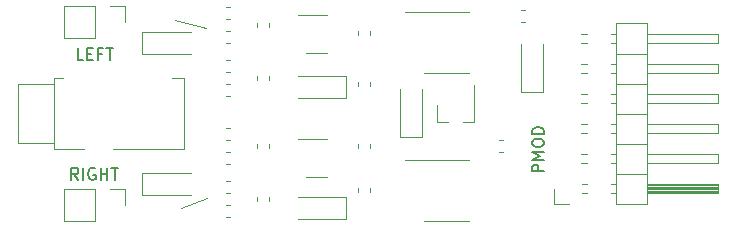
<source format=gbr>
%TF.GenerationSoftware,KiCad,Pcbnew,5.1.9*%
%TF.CreationDate,2021-01-25T14:22:29+03:00*%
%TF.ProjectId,dual-mcp3201-pmod,6475616c-2d6d-4637-9033-3230312d706d,rev?*%
%TF.SameCoordinates,PX4c4b400PY8583b00*%
%TF.FileFunction,Legend,Top*%
%TF.FilePolarity,Positive*%
%FSLAX46Y46*%
G04 Gerber Fmt 4.6, Leading zero omitted, Abs format (unit mm)*
G04 Created by KiCad (PCBNEW 5.1.9) date 2021-01-25 14:22:29*
%MOMM*%
%LPD*%
G01*
G04 APERTURE LIST*
%ADD10C,0.150000*%
%ADD11C,0.120000*%
G04 APERTURE END LIST*
D10*
X41502380Y5092858D02*
X40502380Y5092858D01*
X40502380Y5473810D01*
X40550000Y5569048D01*
X40597619Y5616667D01*
X40692857Y5664286D01*
X40835714Y5664286D01*
X40930952Y5616667D01*
X40978571Y5569048D01*
X41026190Y5473810D01*
X41026190Y5092858D01*
X41502380Y6092858D02*
X40502380Y6092858D01*
X41216666Y6426191D01*
X40502380Y6759524D01*
X41502380Y6759524D01*
X40502380Y7426191D02*
X40502380Y7616667D01*
X40550000Y7711905D01*
X40645238Y7807143D01*
X40835714Y7854762D01*
X41169047Y7854762D01*
X41359523Y7807143D01*
X41454761Y7711905D01*
X41502380Y7616667D01*
X41502380Y7426191D01*
X41454761Y7330953D01*
X41359523Y7235715D01*
X41169047Y7188096D01*
X40835714Y7188096D01*
X40645238Y7235715D01*
X40550000Y7330953D01*
X40502380Y7426191D01*
X41502380Y8283334D02*
X40502380Y8283334D01*
X40502380Y8521429D01*
X40550000Y8664286D01*
X40645238Y8759524D01*
X40740476Y8807143D01*
X40930952Y8854762D01*
X41073809Y8854762D01*
X41264285Y8807143D01*
X41359523Y8759524D01*
X41454761Y8664286D01*
X41502380Y8521429D01*
X41502380Y8283334D01*
D11*
X10300000Y17950000D02*
X12900000Y17200000D01*
X10750000Y2000000D02*
X13000000Y2850000D01*
D10*
X2497619Y14547620D02*
X2021428Y14547620D01*
X2021428Y15547620D01*
X2830952Y15071429D02*
X3164285Y15071429D01*
X3307142Y14547620D02*
X2830952Y14547620D01*
X2830952Y15547620D01*
X3307142Y15547620D01*
X4069047Y15071429D02*
X3735714Y15071429D01*
X3735714Y14547620D02*
X3735714Y15547620D01*
X4211904Y15547620D01*
X4450000Y15547620D02*
X5021428Y15547620D01*
X4735714Y14547620D02*
X4735714Y15547620D01*
X2066666Y4397620D02*
X1733333Y4873810D01*
X1495238Y4397620D02*
X1495238Y5397620D01*
X1876190Y5397620D01*
X1971428Y5350000D01*
X2019047Y5302381D01*
X2066666Y5207143D01*
X2066666Y5064286D01*
X2019047Y4969048D01*
X1971428Y4921429D01*
X1876190Y4873810D01*
X1495238Y4873810D01*
X2495238Y4397620D02*
X2495238Y5397620D01*
X3495238Y5350000D02*
X3400000Y5397620D01*
X3257142Y5397620D01*
X3114285Y5350000D01*
X3019047Y5254762D01*
X2971428Y5159524D01*
X2923809Y4969048D01*
X2923809Y4826191D01*
X2971428Y4635715D01*
X3019047Y4540477D01*
X3114285Y4445239D01*
X3257142Y4397620D01*
X3352380Y4397620D01*
X3495238Y4445239D01*
X3542857Y4492858D01*
X3542857Y4826191D01*
X3352380Y4826191D01*
X3971428Y4397620D02*
X3971428Y5397620D01*
X3971428Y4921429D02*
X4542857Y4921429D01*
X4542857Y4397620D02*
X4542857Y5397620D01*
X4876190Y5397620D02*
X5447619Y5397620D01*
X5161904Y4397620D02*
X5161904Y5397620D01*
D11*
%TO.C,X4*%
X880000Y19080000D02*
X880000Y16420000D01*
X3480000Y19080000D02*
X880000Y19080000D01*
X3480000Y16420000D02*
X880000Y16420000D01*
X3480000Y19080000D02*
X3480000Y16420000D01*
X4750000Y19080000D02*
X6080000Y19080000D01*
X6080000Y19080000D02*
X6080000Y17750000D01*
%TO.C,X3*%
X880000Y3580000D02*
X880000Y920000D01*
X3480000Y3580000D02*
X880000Y3580000D01*
X3480000Y920000D02*
X880000Y920000D01*
X3480000Y3580000D02*
X3480000Y920000D01*
X4750000Y3580000D02*
X6080000Y3580000D01*
X6080000Y3580000D02*
X6080000Y2250000D01*
%TO.C,C12*%
X25740000Y16653733D02*
X25740000Y16996267D01*
X26760000Y16653733D02*
X26760000Y16996267D01*
%TO.C,C11*%
X20650000Y11315000D02*
X24735000Y11315000D01*
X24735000Y11315000D02*
X24735000Y13185000D01*
X24735000Y13185000D02*
X20650000Y13185000D01*
%TO.C,C10*%
X14921267Y13490000D02*
X14578733Y13490000D01*
X14921267Y14510000D02*
X14578733Y14510000D01*
%TO.C,C9*%
X11600000Y16935000D02*
X7515000Y16935000D01*
X7515000Y16935000D02*
X7515000Y15065000D01*
X7515000Y15065000D02*
X11600000Y15065000D01*
%TO.C,C8*%
X18260000Y17671267D02*
X18260000Y17328733D01*
X17240000Y17671267D02*
X17240000Y17328733D01*
%TO.C,C7*%
X39565000Y15912500D02*
X39565000Y11827500D01*
X39565000Y11827500D02*
X41435000Y11827500D01*
X41435000Y11827500D02*
X41435000Y15912500D01*
%TO.C,C14*%
X29315000Y12100000D02*
X29315000Y8015000D01*
X29315000Y8015000D02*
X31185000Y8015000D01*
X31185000Y8015000D02*
X31185000Y12100000D01*
%TO.C,C6*%
X38046267Y6740000D02*
X37703733Y6740000D01*
X38046267Y7760000D02*
X37703733Y7760000D01*
%TO.C,X2*%
X47610000Y2320000D02*
X47610000Y17680000D01*
X47610000Y17680000D02*
X50270000Y17680000D01*
X50270000Y17680000D02*
X50270000Y2320000D01*
X50270000Y2320000D02*
X47610000Y2320000D01*
X50270000Y3270000D02*
X56270000Y3270000D01*
X56270000Y3270000D02*
X56270000Y4030000D01*
X56270000Y4030000D02*
X50270000Y4030000D01*
X50270000Y3330000D02*
X56270000Y3330000D01*
X50270000Y3450000D02*
X56270000Y3450000D01*
X50270000Y3570000D02*
X56270000Y3570000D01*
X50270000Y3690000D02*
X56270000Y3690000D01*
X50270000Y3810000D02*
X56270000Y3810000D01*
X50270000Y3930000D02*
X56270000Y3930000D01*
X47212929Y3270000D02*
X47610000Y3270000D01*
X47212929Y4030000D02*
X47610000Y4030000D01*
X44740000Y3270000D02*
X45127071Y3270000D01*
X44740000Y4030000D02*
X45127071Y4030000D01*
X47610000Y4920000D02*
X50270000Y4920000D01*
X50270000Y5810000D02*
X56270000Y5810000D01*
X56270000Y5810000D02*
X56270000Y6570000D01*
X56270000Y6570000D02*
X50270000Y6570000D01*
X47212929Y5810000D02*
X47610000Y5810000D01*
X47212929Y6570000D02*
X47610000Y6570000D01*
X44672929Y5810000D02*
X45127071Y5810000D01*
X44672929Y6570000D02*
X45127071Y6570000D01*
X47610000Y7460000D02*
X50270000Y7460000D01*
X50270000Y8350000D02*
X56270000Y8350000D01*
X56270000Y8350000D02*
X56270000Y9110000D01*
X56270000Y9110000D02*
X50270000Y9110000D01*
X47212929Y8350000D02*
X47610000Y8350000D01*
X47212929Y9110000D02*
X47610000Y9110000D01*
X44672929Y8350000D02*
X45127071Y8350000D01*
X44672929Y9110000D02*
X45127071Y9110000D01*
X47610000Y10000000D02*
X50270000Y10000000D01*
X50270000Y10890000D02*
X56270000Y10890000D01*
X56270000Y10890000D02*
X56270000Y11650000D01*
X56270000Y11650000D02*
X50270000Y11650000D01*
X47212929Y10890000D02*
X47610000Y10890000D01*
X47212929Y11650000D02*
X47610000Y11650000D01*
X44672929Y10890000D02*
X45127071Y10890000D01*
X44672929Y11650000D02*
X45127071Y11650000D01*
X47610000Y12540000D02*
X50270000Y12540000D01*
X50270000Y13430000D02*
X56270000Y13430000D01*
X56270000Y13430000D02*
X56270000Y14190000D01*
X56270000Y14190000D02*
X50270000Y14190000D01*
X47212929Y13430000D02*
X47610000Y13430000D01*
X47212929Y14190000D02*
X47610000Y14190000D01*
X44672929Y13430000D02*
X45127071Y13430000D01*
X44672929Y14190000D02*
X45127071Y14190000D01*
X47610000Y15080000D02*
X50270000Y15080000D01*
X50270000Y15970000D02*
X56270000Y15970000D01*
X56270000Y15970000D02*
X56270000Y16730000D01*
X56270000Y16730000D02*
X50270000Y16730000D01*
X47212929Y15970000D02*
X47610000Y15970000D01*
X47212929Y16730000D02*
X47610000Y16730000D01*
X44672929Y15970000D02*
X45127071Y15970000D01*
X44672929Y16730000D02*
X45127071Y16730000D01*
X42360000Y3650000D02*
X42360000Y2380000D01*
X42360000Y2380000D02*
X43630000Y2380000D01*
%TO.C,X1*%
X11000000Y7000000D02*
X11000000Y13000000D01*
X11000000Y13000000D02*
X10000000Y13000000D01*
X11000000Y7000000D02*
X5000000Y7000000D01*
X2600000Y7000000D02*
X0Y7000000D01*
X0Y7000000D02*
X0Y13000000D01*
X0Y13000000D02*
X800000Y13000000D01*
X0Y7500000D02*
X-3000000Y7500000D01*
X-3000000Y7500000D02*
X-3000000Y12500000D01*
X-3000000Y12500000D02*
X0Y12500000D01*
%TO.C,R10*%
X18260000Y13171267D02*
X18260000Y12828733D01*
X17240000Y13171267D02*
X17240000Y12828733D01*
%TO.C,R9*%
X14578733Y19010000D02*
X14921267Y19010000D01*
X14578733Y17990000D02*
X14921267Y17990000D01*
%TO.C,R8*%
X14578733Y12510000D02*
X14921267Y12510000D01*
X14578733Y11490000D02*
X14921267Y11490000D01*
%TO.C,R7*%
X26760000Y12671267D02*
X26760000Y12328733D01*
X25740000Y12671267D02*
X25740000Y12328733D01*
%TO.C,R6*%
X14578733Y17010000D02*
X14921267Y17010000D01*
X14578733Y15990000D02*
X14921267Y15990000D01*
%TO.C,R5*%
X18260000Y2921267D02*
X18260000Y2578733D01*
X17240000Y2921267D02*
X17240000Y2578733D01*
%TO.C,R4*%
X14578733Y8760000D02*
X14921267Y8760000D01*
X14578733Y7740000D02*
X14921267Y7740000D01*
%TO.C,R3*%
X14578733Y2260000D02*
X14921267Y2260000D01*
X14578733Y1240000D02*
X14921267Y1240000D01*
%TO.C,R2*%
X25740000Y3328733D02*
X25740000Y3671267D01*
X26760000Y3328733D02*
X26760000Y3671267D01*
%TO.C,R1*%
X14578733Y6760000D02*
X14921267Y6760000D01*
X14578733Y5740000D02*
X14921267Y5740000D01*
%TO.C,D5*%
X32420000Y9240000D02*
X33350000Y9240000D01*
X35580000Y9240000D02*
X34650000Y9240000D01*
X35580000Y9240000D02*
X35580000Y12400000D01*
X32420000Y9240000D02*
X32420000Y10700000D01*
%TO.C,D4*%
X33250000Y13410000D02*
X35130000Y13410000D01*
X33250000Y13410000D02*
X31370000Y13410000D01*
X33250000Y18590000D02*
X35130000Y18590000D01*
X33250000Y18590000D02*
X29725000Y18590000D01*
%TO.C,D3*%
X21350000Y15140000D02*
X23150000Y15140000D01*
X23150000Y18360000D02*
X20700000Y18360000D01*
%TO.C,D2*%
X33250000Y910000D02*
X35130000Y910000D01*
X33250000Y910000D02*
X31370000Y910000D01*
X33250000Y6090000D02*
X35130000Y6090000D01*
X33250000Y6090000D02*
X29725000Y6090000D01*
%TO.C,D1*%
X21350000Y4640000D02*
X23150000Y4640000D01*
X23150000Y7860000D02*
X20700000Y7860000D01*
%TO.C,C13*%
X39921267Y17740000D02*
X39578733Y17740000D01*
X39921267Y18760000D02*
X39578733Y18760000D01*
%TO.C,C5*%
X26760000Y7421267D02*
X26760000Y7078733D01*
X25740000Y7421267D02*
X25740000Y7078733D01*
%TO.C,C4*%
X20650000Y1065000D02*
X24735000Y1065000D01*
X24735000Y1065000D02*
X24735000Y2935000D01*
X24735000Y2935000D02*
X20650000Y2935000D01*
%TO.C,C3*%
X14921267Y3240000D02*
X14578733Y3240000D01*
X14921267Y4260000D02*
X14578733Y4260000D01*
%TO.C,C2*%
X11600000Y4935000D02*
X7515000Y4935000D01*
X7515000Y4935000D02*
X7515000Y3065000D01*
X7515000Y3065000D02*
X11600000Y3065000D01*
%TO.C,C1*%
X18260000Y7421267D02*
X18260000Y7078733D01*
X17240000Y7421267D02*
X17240000Y7078733D01*
%TD*%
M02*

</source>
